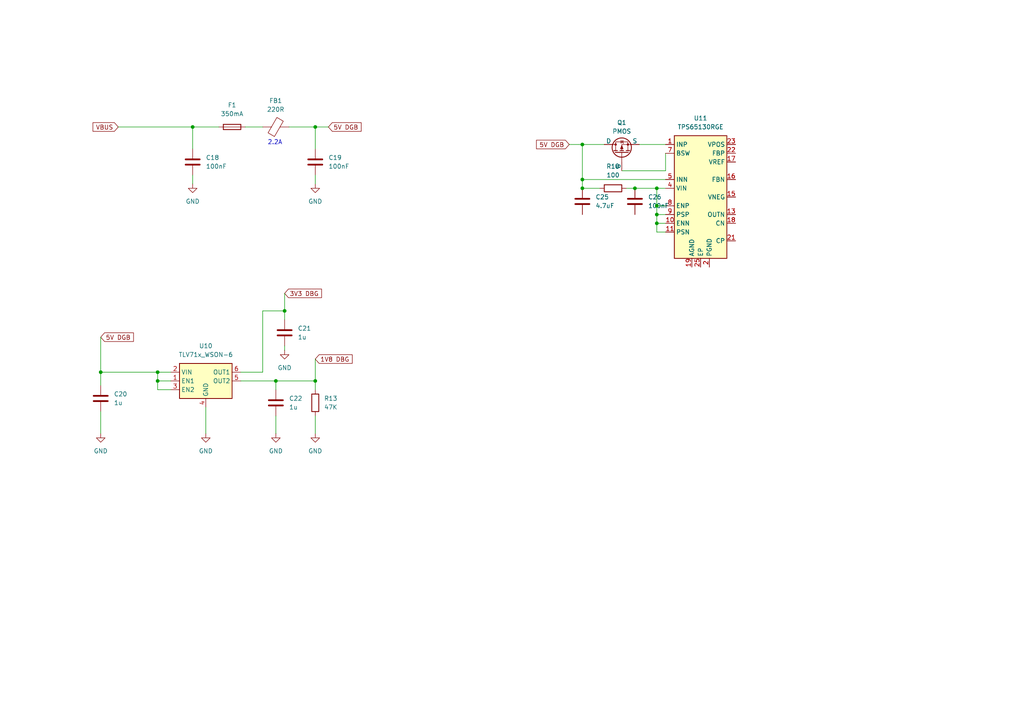
<source format=kicad_sch>
(kicad_sch (version 20250114) (generator "eeschema") (generator_version "9.0")
  (paper "A4")
  (lib_symbols
    (symbol "Device:C" (pin_numbers (hide yes)) (pin_names (offset 0.254))
      (property "Reference" "C" (at 0.635 2.54 0))
      (property "Value" "C" (at 0.635 -2.54 0))
      (symbol "C_0_1"
        (polyline (pts (xy -2.032 0.762) (xy 2.032 0.762)) (stroke (width 0.508)))
        (polyline (pts (xy -2.032 -0.762) (xy 2.032 -0.762)) (stroke (width 0.508)))
      )
      (symbol "C_1_1"
        (pin passive line (at 0 3.81 270) (length 2.794) (name "~") (number "1"))
        (pin passive line (at 0 -3.81 90) (length 2.794) (name "~") (number "2"))
      )
    )
    (symbol "Device:FerriteBead" (pin_numbers (hide yes)) (pin_names (offset 0))
      (property "Reference" "FB" (at -3.81 0.635 90))
      (property "Value" "FerriteBead" (at 3.81 0 90))
      (symbol "FerriteBead_0_1"
        (polyline (pts (xy -2.7686 0.4064) (xy -1.7018 2.2606) (xy 2.7686 -0.3048) (xy 1.6764 -2.159) (xy -2.7686 0.4064)))
        (polyline (pts (xy 0 1.27) (xy 0 1.2954)))
        (polyline (pts (xy 0 -1.27) (xy 0 -1.2192)))
      )
      (symbol "FerriteBead_1_1"
        (pin passive line (at 0 3.81 270) (length 2.54) (name "~") (number "1"))
        (pin passive line (at 0 -3.81 90) (length 2.54) (name "~") (number "2"))
      )
    )
    (symbol "Device:Fuse" (pin_numbers (hide yes)) (pin_names (offset 0))
      (property "Reference" "F" (at 2.032 0 90))
      (property "Value" "Fuse" (at -1.905 0 90))
      (symbol "Fuse_0_1"
        (rectangle (start -0.762 -2.54) (end 0.762 2.54) (stroke (width 0.254)))
        (polyline (pts (xy 0 2.54) (xy 0 -2.54)))
      )
      (symbol "Fuse_1_1"
        (pin passive line (at 0 3.81 270) (length 1.27) (name "~") (number "1"))
        (pin passive line (at 0 -3.81 90) (length 1.27) (name "~") (number "2"))
      )
    )
    (symbol "Device:R" (pin_numbers (hide yes)) (pin_names (offset 0))
      (property "Reference" "R" (at 2.032 0 90))
      (property "Value" "R" (at 0 0 90))
      (symbol "R_0_1"
        (rectangle (start -1.016 -2.54) (end 1.016 2.54) (stroke (width 0.254)))
      )
      (symbol "R_1_1"
        (pin passive line (at 0 3.81 270) (length 1.27) (name "~") (number "1"))
        (pin passive line (at 0 -3.81 90) (length 1.27) (name "~") (number "2"))
      )
    )
    (symbol "Regulator_Linear:TLV71x_WSON-6"
      (property "Reference" "U" (at -7.62 10.16 0))
      (property "Value" "TLV71x_WSON-6" (at -7.62 7.62 0))
      (symbol "TLV71x_WSON-6_1_1"
        (rectangle (start -7.62 5.08) (end 7.62 -5.08) (stroke (width 0.254)) (fill (type background)))
        (pin power_in line (at -10.16 2.54 0) (length 2.54) (name "VIN") (number "2"))
        (pin input line (at -10.16 0 0) (length 2.54) (name "EN1") (number "1"))
        (pin input line (at -10.16 -2.54 0) (length 2.54) (name "EN2") (number "3"))
        (pin power_in line (at 0 -7.62 90) (length 2.54) (name "GND") (number "4"))
        (pin power_out line (at 10.16 2.54 180) (length 2.54) (name "OUT1") (number "6"))
        (pin power_out line (at 10.16 0 180) (length 2.54) (name "OUT2") (number "5"))
      )
    )
    (symbol "Regulator_Switching:TPS65130RGE"
      (property "Reference" "U" (at -6.858 21.082 0))
      (property "Value" "TPS65130RGE" (at -1.016 19.05 0))
      (symbol "TPS65130RGE_0_1"
        (rectangle (start -7.62 17.78) (end 7.62 -17.78) (stroke (width 0.254)) (fill (type background)))
      )
      (symbol "TPS65130RGE_1_1"
        (pin input line (at -10.16 15.24 0) (length 2.54) (name "INP") (number "1"))
        (pin input line (at -10.16 15.24 0) (length 2.54) (hide yes) (name "INP") (number "24"))
        (pin output line (at -10.16 12.7 0) (length 2.54) (name "BSW") (number "7"))
        (pin input line (at -10.16 5.08 0) (length 2.54) (name "INN") (number "5"))
        (pin input line (at -10.16 5.08 0) (length 2.54) (hide yes) (name "INN") (number "6"))
        (pin power_in line (at -10.16 2.54 0) (length 2.54) (name "VIN") (number "4"))
        (pin input line (at -10.16 -2.54 0) (length 2.54) (name "ENP") (number "8"))
        (pin input line (at -10.16 -5.08 0) (length 2.54) (name "PSP") (number "9"))
        (pin input line (at -10.16 -7.62 0) (length 2.54) (name "ENN") (number "10"))
        (pin input line (at -10.16 -10.16 0) (length 2.54) (name "PSN") (number "11"))
        (pin no_connect line (at -7.62 10.16 0) (length 2.54) (hide yes) (name "NC") (number "20"))
        (pin no_connect line (at -7.62 7.62 0) (length 2.54) (hide yes) (name "NC") (number "12"))
        (pin power_in line (at -2.54 -20.32 90) (length 2.54) (name "AGND") (number "19"))
        (pin passive line (at 0 -20.32 90) (length 2.54) (name "EP") (number "25"))
        (pin power_in line (at 2.54 -20.32 90) (length 2.54) (name "PGND") (number "2"))
        (pin passive line (at 2.54 -20.32 90) (length 2.54) (hide yes) (name "PGND") (number "3"))
        (pin input line (at 10.16 15.24 180) (length 2.54) (name "VPOS") (number "23"))
        (pin input line (at 10.16 12.7 180) (length 2.54) (name "FBP") (number "22"))
        (pin output line (at 10.16 10.16 180) (length 2.54) (name "VREF") (number "17"))
        (pin input line (at 10.16 5.08 180) (length 2.54) (name "FBN") (number "16"))
        (pin input line (at 10.16 0 180) (length 2.54) (name "VNEG") (number "15"))
        (pin output line (at 10.16 -5.08 180) (length 2.54) (name "OUTN") (number "13"))
        (pin passive line (at 10.16 -5.08 180) (length 2.54) (hide yes) (name "OUTN") (number "14"))
        (pin passive line (at 10.16 -7.62 180) (length 2.54) (name "CN") (number "18"))
        (pin passive line (at 10.16 -12.7 180) (length 2.54) (name "CP") (number "21"))
      )
    )
    (symbol "Simulation_SPICE:PMOS" (pin_numbers (hide yes)) (pin_names (offset 0))
      (property "Reference" "Q" (at 5.08 1.27 0))
      (property "Value" "PMOS" (at 5.08 -1.27 0))
      (symbol "PMOS_0_1"
        (polyline (pts (xy 0.254 1.905) (xy 0.254 -1.905)) (stroke (width 0.254)))
        (polyline (pts (xy 0.254 0) (xy -2.54 0)))
        (polyline (pts (xy 0.762 2.286) (xy 0.762 1.27)) (stroke (width 0.254)))
        (polyline (pts (xy 0.762 1.778) (xy 3.302 1.778) (xy 3.302 -1.778) (xy 0.762 -1.778)))
        (polyline (pts (xy 0.762 0.508) (xy 0.762 -0.508)) (stroke (width 0.254)))
        (polyline (pts (xy 0.762 -1.27) (xy 0.762 -2.286)) (stroke (width 0.254)))
        (circle (center 1.651 0) (radius 2.794) (stroke (width 0.254)))
        (polyline (pts (xy 2.286 0) (xy 1.27 0.381) (xy 1.27 -0.381) (xy 2.286 0)) (fill (type outline)))
        (polyline (pts (xy 2.54 2.54) (xy 2.54 1.778)))
        (circle (center 2.54 1.778) (radius 0.254) (fill (type outline)))
        (circle (center 2.54 -1.778) (radius 0.254) (fill (type outline)))
        (polyline (pts (xy 2.54 -2.54) (xy 2.54 0) (xy 0.762 0)))
        (polyline (pts (xy 2.794 -0.508) (xy 2.921 -0.381) (xy 3.683 -0.381) (xy 3.81 -0.254)))
        (polyline (pts (xy 3.302 -0.381) (xy 2.921 0.254) (xy 3.683 0.254) (xy 3.302 -0.381)))
      )
      (symbol "PMOS_1_1"
        (pin input line (at -5.08 0 0) (length 2.54) (name "G") (number "2"))
        (pin passive line (at 2.54 5.08 270) (length 2.54) (name "D") (number "1"))
        (pin passive line (at 2.54 -5.08 90) (length 2.54) (name "S") (number "3"))
      )
    )
    (symbol "power:GND" (power) (pin_numbers (hide yes)) (pin_names (offset 0) (hide yes))
      (property "Value" "GND" (at 0 -3.81 0))
      (symbol "GND_0_1"
        (polyline (pts (xy 0 0) (xy 0 -1.27) (xy 1.27 -1.27) (xy 0 -2.54) (xy -1.27 -1.27) (xy 0 -1.27)))
      )
      (symbol "GND_1_1"
        (pin power_in line (at 0 0 270) (length 0) (name "~") (number "1"))
      )
    )
  )
  (text "2.2A\n" (at 79.756 41.402 0) (effects (font (size 1.27 1.27))))
  (junction (at 190.5 62.23))
  (junction (at 82.55 90.17))
  (junction (at 91.44 110.49))
  (junction (at 190.5 64.77))
  (junction (at 91.44 36.83))
  (junction (at 45.72 110.49))
  (junction (at 45.72 107.95))
  (junction (at 184.15 54.61))
  (junction (at 190.5 59.69))
  (junction (at 190.5 54.61))
  (junction (at 168.91 41.91))
  (junction (at 168.91 54.61))
  (junction (at 29.21 107.95))
  (junction (at 55.88 36.83))
  (junction (at 168.91 52.07))
  (junction (at 80.01 110.49))
  (wire (pts (xy 180.34 49.53) (xy 193.04 49.53)))
  (wire (pts (xy 80.01 110.49) (xy 80.01 113.03)))
  (wire (pts (xy 165.1 41.91) (xy 168.91 41.91)))
  (wire (pts (xy 168.91 52.07) (xy 168.91 41.91)))
  (wire (pts (xy 29.21 119.38) (xy 29.21 125.73)))
  (wire (pts (xy 190.5 62.23) (xy 190.5 64.77)))
  (wire (pts (xy 184.15 54.61) (xy 190.5 54.61)))
  (wire (pts (xy 185.42 41.91) (xy 193.04 41.91)))
  (wire (pts (xy 91.44 110.49) (xy 80.01 110.49)))
  (wire (pts (xy 190.5 54.61) (xy 193.04 54.61)))
  (wire (pts (xy 168.91 54.61) (xy 173.99 54.61)))
  (wire (pts (xy 190.5 64.77) (xy 190.5 67.31)))
  (wire (pts (xy 69.85 110.49) (xy 80.01 110.49)))
  (wire (pts (xy 45.72 113.03) (xy 45.72 110.49)))
  (wire (pts (xy 76.2 107.95) (xy 76.2 90.17)))
  (wire (pts (xy 190.5 64.77) (xy 193.04 64.77)))
  (wire (pts (xy 45.72 107.95) (xy 49.53 107.95)))
  (wire (pts (xy 69.85 107.95) (xy 76.2 107.95)))
  (wire (pts (xy 45.72 110.49) (xy 45.72 107.95)))
  (wire (pts (xy 49.53 113.03) (xy 45.72 113.03)))
  (wire (pts (xy 91.44 113.03) (xy 91.44 110.49)))
  (wire (pts (xy 55.88 36.83) (xy 63.5 36.83)))
  (wire (pts (xy 49.53 110.49) (xy 45.72 110.49)))
  (wire (pts (xy 181.61 54.61) (xy 184.15 54.61)))
  (wire (pts (xy 29.21 111.76) (xy 29.21 107.95)))
  (wire (pts (xy 76.2 90.17) (xy 82.55 90.17)))
  (wire (pts (xy 80.01 120.65) (xy 80.01 125.73)))
  (wire (pts (xy 82.55 90.17) (xy 82.55 92.71)))
  (wire (pts (xy 83.82 36.83) (xy 91.44 36.83)))
  (wire (pts (xy 55.88 36.83) (xy 55.88 43.18)))
  (wire (pts (xy 91.44 104.14) (xy 91.44 110.49)))
  (wire (pts (xy 190.5 59.69) (xy 193.04 59.69)))
  (wire (pts (xy 91.44 120.65) (xy 91.44 125.73)))
  (wire (pts (xy 71.12 36.83) (xy 76.2 36.83)))
  (wire (pts (xy 190.5 54.61) (xy 190.5 59.69)))
  (wire (pts (xy 193.04 52.07) (xy 168.91 52.07)))
  (wire (pts (xy 91.44 50.8) (xy 91.44 53.34)))
  (wire (pts (xy 91.44 36.83) (xy 91.44 43.18)))
  (wire (pts (xy 82.55 100.33) (xy 82.55 101.6)))
  (wire (pts (xy 29.21 107.95) (xy 45.72 107.95)))
  (wire (pts (xy 190.5 67.31) (xy 193.04 67.31)))
  (wire (pts (xy 168.91 41.91) (xy 175.26 41.91)))
  (wire (pts (xy 29.21 97.79) (xy 29.21 107.95)))
  (wire (pts (xy 168.91 52.07) (xy 168.91 54.61)))
  (wire (pts (xy 34.29 36.83) (xy 55.88 36.83)))
  (wire (pts (xy 82.55 85.09) (xy 82.55 90.17)))
  (wire (pts (xy 55.88 50.8) (xy 55.88 53.34)))
  (wire (pts (xy 193.04 49.53) (xy 193.04 44.45)))
  (wire (pts (xy 91.44 36.83) (xy 95.25 36.83)))
  (wire (pts (xy 190.5 62.23) (xy 193.04 62.23)))
  (wire (pts (xy 190.5 59.69) (xy 190.5 62.23)))
  (wire (pts (xy 59.69 118.11) (xy 59.69 125.73)))
  (global_label "5V DGB" (shape input) (at 95.25 36.83 0) (property "Intersheetrefs" "${INTERSHEET_REFS}" (effects (hide yes))))
  (global_label "5V DGB" (shape input) (at 29.21 97.79 0) (property "Intersheetrefs" "${INTERSHEET_REFS}" (effects (hide yes))))
  (global_label "5V DGB" (shape input) (at 165.1 41.91 180) (property "Intersheetrefs" "${INTERSHEET_REFS}" (effects (hide yes))))
  (global_label "1V8 DBG" (shape input) (at 91.44 104.14 0) (property "Intersheetrefs" "${INTERSHEET_REFS}" (effects (hide yes))))
  (global_label "VBUS" (shape input) (at 34.29 36.83 180) (property "Intersheetrefs" "${INTERSHEET_REFS}" (effects (hide yes))))
  (global_label "3V3 DBG" (shape input) (at 82.55 85.09 0) (property "Intersheetrefs" "${INTERSHEET_REFS}" (effects (hide yes))))
  (symbol (lib_id "Device:C") (at 91.44 46.99 0) (unit 1)
    (property "Reference" "C19" (at 95.25 45.7199 0) (effects (justify left)))
    (property "Value" "100nF" (at 95.25 48.2599 0) (effects (justify left)))
    (property "Description" "Unpolarized capacitor" (effects (hide yes)))
  )
  (symbol (lib_id "Device:C") (at 82.55 96.52 0) (unit 1)
    (property "Reference" "C21" (at 86.36 95.2499 0) (effects (justify left)))
    (property "Value" "1u" (at 86.36 97.7899 0) (effects (justify left)))
    (property "Description" "Unpolarized capacitor" (effects (hide yes)))
  )
  (symbol (lib_id "power:GND") (at 59.69 125.73 0) (unit 1)
    (property "Reference" "#PWR024" (effects (hide yes)))
    (property "Value" "GND" (at 59.69 130.81 0))
    (property "Description" "Power symbol creates a global label with name \"GND\" , ground" (effects (hide yes)))
  )
  (symbol (lib_id "Simulation_SPICE:PMOS") (at 180.34 44.45 90) (unit 1)
    (property "Reference" "Q1" (at 180.34 35.56 90))
    (property "Value" "PMOS" (at 180.34 38.1 90))
    (property "Datasheet" "https://ngspice.sourceforge.io/docs/ngspice-html-manual/manual.xhtml#cha_MOSFETs" (effects (hide yes)))
    (property "Description" "P-MOSFET transistor, drain/source/gate" (effects (hide yes)))
    (property "Sim.Device" "PMOS" (effects (hide yes)))
    (property "Sim.Type" "VDMOS" (effects (hide yes)))
    (property "Sim.Pins" "1=D 2=G 3=S" (effects (hide yes)))
  )
  (symbol (lib_id "power:GND") (at 82.55 101.6 0) (unit 1)
    (property "Reference" "#PWR021" (effects (hide yes)))
    (property "Value" "GND" (at 82.55 106.68 0))
    (property "Description" "Power symbol creates a global label with name \"GND\" , ground" (effects (hide yes)))
  )
  (symbol (lib_id "Device:R") (at 91.44 116.84 0) (unit 1)
    (property "Reference" "R13" (at 93.98 115.5699 0) (effects (justify left)))
    (property "Value" "47K" (at 93.98 118.1099 0) (effects (justify left)))
    (property "Description" "Resistor" (effects (hide yes)))
  )
  (symbol (lib_id "Device:C") (at 55.88 46.99 0) (unit 1)
    (property "Reference" "C18" (at 59.69 45.7199 0) (effects (justify left)))
    (property "Value" "100nF" (at 59.69 48.2599 0) (effects (justify left)))
    (property "Description" "Unpolarized capacitor" (effects (hide yes)))
  )
  (symbol (lib_id "power:GND") (at 80.01 125.73 0) (unit 1)
    (property "Reference" "#PWR022" (effects (hide yes)))
    (property "Value" "GND" (at 80.01 130.81 0))
    (property "Description" "Power symbol creates a global label with name \"GND\" , ground" (effects (hide yes)))
  )
  (symbol (lib_id "power:GND") (at 29.21 125.73 0) (unit 1)
    (property "Reference" "#PWR019" (effects (hide yes)))
    (property "Value" "GND" (at 29.21 130.81 0))
    (property "Description" "Power symbol creates a global label with name \"GND\" , ground" (effects (hide yes)))
  )
  (symbol (lib_id "Device:Fuse") (at 67.31 36.83 90) (unit 1)
    (property "Reference" "F1" (at 67.31 30.48 90))
    (property "Value" "350mA" (at 67.31 33.02 90))
    (property "Description" "Fuse" (effects (hide yes)))
  )
  (symbol (lib_id "Device:R") (at 177.8 54.61 90) (unit 1)
    (property "Reference" "R18" (at 177.8 48.26 90))
    (property "Value" "100" (at 177.8 50.8 90))
    (property "Description" "Resistor" (effects (hide yes)))
  )
  (symbol (lib_id "Device:C") (at 168.91 58.42 0) (unit 1)
    (property "Reference" "C25" (at 172.72 57.1499 0) (effects (justify left)))
    (property "Value" "4.7uF" (at 172.72 59.6899 0) (effects (justify left)))
    (property "Description" "Unpolarized capacitor" (effects (hide yes)))
  )
  (symbol (lib_id "power:GND") (at 91.44 53.34 0) (unit 1)
    (property "Reference" "#PWR018" (effects (hide yes)))
    (property "Value" "GND" (at 91.44 58.42 0))
    (property "Description" "Power symbol creates a global label with name \"GND\" , ground" (effects (hide yes)))
  )
  (symbol (lib_id "Device:C") (at 29.21 115.57 0) (unit 1)
    (property "Reference" "C20" (at 33.02 114.2999 0) (effects (justify left)))
    (property "Value" "1u" (at 33.02 116.8399 0) (effects (justify left)))
    (property "Description" "Unpolarized capacitor" (effects (hide yes)))
  )
  (symbol (lib_id "Device:FerriteBead") (at 80.01 36.83 90) (unit 1)
    (property "Reference" "FB1" (at 79.9592 29.21 90))
    (property "Value" "220R" (at 79.9592 31.75 90))
    (property "Description" "Ferrite bead" (effects (hide yes)))
  )
  (symbol (lib_id "power:GND") (at 55.88 53.34 0) (unit 1)
    (property "Reference" "#PWR017" (effects (hide yes)))
    (property "Value" "GND" (at 55.88 58.42 0))
    (property "Description" "Power symbol creates a global label with name \"GND\" , ground" (effects (hide yes)))
  )
  (symbol (lib_id "power:GND") (at 91.44 125.73 0) (unit 1)
    (property "Reference" "#PWR023" (effects (hide yes)))
    (property "Value" "GND" (at 91.44 130.81 0))
    (property "Description" "Power symbol creates a global label with name \"GND\" , ground" (effects (hide yes)))
  )
  (symbol (lib_id "Device:C") (at 80.01 116.84 0) (unit 1)
    (property "Reference" "C22" (at 83.82 115.5699 0) (effects (justify left)))
    (property "Value" "1u" (at 83.82 118.1099 0) (effects (justify left)))
    (property "Description" "Unpolarized capacitor" (effects (hide yes)))
  )
  (symbol (lib_id "Device:C") (at 184.15 58.42 0) (unit 1)
    (property "Reference" "C26" (at 187.96 57.1499 0) (effects (justify left)))
    (property "Value" "100nF" (at 187.96 59.6899 0) (effects (justify left)))
    (property "Description" "Unpolarized capacitor" (effects (hide yes)))
  )
  (symbol (lib_id "Regulator_Switching:TPS65130RGE") (at 203.2 57.15 0) (unit 1)
    (property "Reference" "U11" (at 203.2 34.29 0))
    (property "Value" "TPS65130RGE" (at 203.2 36.83 0))
    (property "Footprint" "Package_DFN_QFN:VQFN-24-1EP_4x4mm_P0.5mm_EP2.45x2.45mm_ThermalVias" (effects (hide yes)))
    (property "Datasheet" "http://www.ti.com/lit/ds/symlink/tps65130.pdf" (effects (hide yes)))
    (property "Description" "Split-Rail Converter with Dual, Positive and Negative Outputs (300mA typ, Switch Current Limit 800mA typ), 2.7-5.5V, VQFN-24" (effects (hide yes)))
  )
  (symbol (lib_id "Regulator_Linear:TLV71x_WSON-6") (at 59.69 110.49 0) (unit 1)
    (property "Reference" "U10" (at 59.69 100.33 0))
    (property "Value" "TLV71x_WSON-6" (at 59.69 102.87 0))
    (property "Footprint" "Package_SON:WSON-6_1.5x1.5mm_P0.5mm" (effects (hide yes)))
    (property "Datasheet" "https://www.ti.com/lit/ds/symlink/tlv711.pdf" (effects (hide yes)))
    (property "Description" "Dual, 200mA, Low-Iq Low-Dropout Regulator for Portable Devices, SON-6" (effects (hide yes)))
  )
)
</source>
